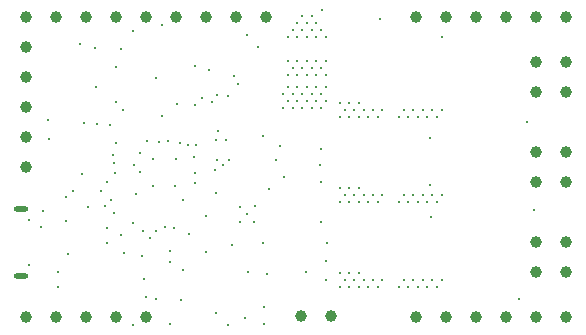
<source format=gbr>
%TF.GenerationSoftware,KiCad,Pcbnew,6.0.5+dfsg-1~bpo11+1*%
%TF.CreationDate,2022-07-20T16:46:58+00:00*%
%TF.ProjectId,xESC2,78455343-322e-46b6-9963-61645f706362,rev?*%
%TF.SameCoordinates,Original*%
%TF.FileFunction,Plated,1,4,PTH,Mixed*%
%TF.FilePolarity,Positive*%
%FSLAX46Y46*%
G04 Gerber Fmt 4.6, Leading zero omitted, Abs format (unit mm)*
G04 Created by KiCad (PCBNEW 6.0.5+dfsg-1~bpo11+1) date 2022-07-20 16:46:58*
%MOMM*%
%LPD*%
G01*
G04 APERTURE LIST*
%TA.AperFunction,ViaDrill*%
%ADD10C,0.300000*%
%TD*%
G04 aperture for slot hole*
%TA.AperFunction,ComponentDrill*%
%ADD11O,1.200000X0.500000*%
%TD*%
%TA.AperFunction,ComponentDrill*%
%ADD12C,1.000000*%
%TD*%
G04 APERTURE END LIST*
D10*
X231300000Y-122900000D03*
X231300000Y-126700000D03*
X232300000Y-123500000D03*
X232500000Y-122100000D03*
X232900000Y-114400000D03*
X233000000Y-116000000D03*
X233700000Y-127300000D03*
X233700000Y-128600000D03*
X234370000Y-122960000D03*
X234400000Y-120900000D03*
X234600000Y-125800000D03*
X235000000Y-120400000D03*
X235600000Y-108000000D03*
X235780000Y-119030000D03*
X235900000Y-114700000D03*
X236300000Y-121800000D03*
X236850000Y-108330000D03*
X236910000Y-111650000D03*
X237040000Y-114740000D03*
X237330000Y-120430000D03*
X237740000Y-121710000D03*
X237860000Y-119700000D03*
X237880000Y-123530000D03*
X237900000Y-124800000D03*
X238102670Y-114880000D03*
X238210000Y-121170000D03*
X238400000Y-117400000D03*
X238430000Y-122310000D03*
X238460000Y-118070000D03*
X238540000Y-118870000D03*
X238600000Y-109900000D03*
X238600000Y-116400000D03*
X238680000Y-112890000D03*
X239090000Y-108420000D03*
X239100000Y-124200000D03*
X239190000Y-113560000D03*
X239310000Y-125660000D03*
X240040000Y-123150000D03*
X240100000Y-131800000D03*
X240115235Y-106889862D03*
X240200000Y-118200000D03*
X240350000Y-120670000D03*
X240680000Y-117220000D03*
X240700000Y-118800000D03*
X240870000Y-125940000D03*
X240941622Y-123859073D03*
X241000000Y-127900000D03*
X241208461Y-129408461D03*
X241300000Y-116240000D03*
X241480000Y-124410000D03*
X241800000Y-117700000D03*
X241800000Y-120000000D03*
X242000000Y-110900000D03*
X242000000Y-129600000D03*
X242060000Y-123860000D03*
X242300000Y-116300000D03*
X242500000Y-106400000D03*
X242500000Y-114100000D03*
X242760000Y-123500000D03*
X243020000Y-116210000D03*
X243185000Y-125500000D03*
X243185000Y-131700000D03*
X243240000Y-126480000D03*
X243570000Y-123580000D03*
X243600000Y-120000000D03*
X243700000Y-117700000D03*
X243800000Y-113090000D03*
X244030000Y-116340000D03*
X244100000Y-129700000D03*
X244300000Y-127100000D03*
X244330000Y-121160000D03*
X244750000Y-116520000D03*
X244810000Y-124110000D03*
X245220000Y-117560000D03*
X245330000Y-113140000D03*
X245340000Y-118950000D03*
X245350000Y-119750000D03*
X245354178Y-109826709D03*
X245440000Y-116510000D03*
X245880000Y-112600000D03*
X246275000Y-122550000D03*
X246300000Y-125600000D03*
X246500000Y-110230000D03*
X246780000Y-112930000D03*
X247010000Y-118620000D03*
X247089212Y-120576111D03*
X247100000Y-130800000D03*
X247107806Y-116133371D03*
X247168500Y-117768500D03*
X247200000Y-112300000D03*
X247294650Y-115394650D03*
X247690000Y-118230000D03*
X247960000Y-116150000D03*
X248100000Y-112400000D03*
X248100000Y-131800000D03*
X248220000Y-117780000D03*
X248500000Y-125000000D03*
X248620000Y-110730000D03*
X249000000Y-111400000D03*
X249100000Y-121800000D03*
X249100000Y-123100000D03*
X249600000Y-131200000D03*
X249700000Y-107200000D03*
X249741420Y-122400000D03*
X249800000Y-127300000D03*
X250300000Y-123100000D03*
X250400000Y-121700000D03*
X250700000Y-108200000D03*
X251050000Y-124800000D03*
X251100000Y-115800000D03*
X251200000Y-130285000D03*
X251200000Y-131700000D03*
X251400000Y-127500000D03*
X251575181Y-120281274D03*
X252220000Y-117800000D03*
X252500000Y-116600000D03*
X252800000Y-112200000D03*
X252800000Y-113400000D03*
X252890000Y-119260000D03*
X253162850Y-107402137D03*
X253200000Y-109400000D03*
X253200000Y-110600000D03*
X253200000Y-111600000D03*
X253200000Y-112800000D03*
X253600000Y-106800000D03*
X253600000Y-110000000D03*
X253600000Y-112200000D03*
X253600000Y-113400000D03*
X253997866Y-110595594D03*
X254000000Y-106200000D03*
X254000000Y-107400000D03*
X254000000Y-109400000D03*
X254000000Y-111600000D03*
X254000000Y-112800000D03*
X254400000Y-105600000D03*
X254400000Y-106800000D03*
X254400000Y-110000000D03*
X254400000Y-112200000D03*
X254400000Y-113400000D03*
X254700000Y-127300000D03*
X254800000Y-106200000D03*
X254800000Y-107400000D03*
X254800000Y-109400000D03*
X254800000Y-110600000D03*
X254800000Y-111600000D03*
X254800000Y-112800000D03*
X255196209Y-109996423D03*
X255200000Y-105600000D03*
X255200000Y-106800000D03*
X255200000Y-112200000D03*
X255200000Y-113400000D03*
X255597782Y-106197419D03*
X255600000Y-107400000D03*
X255600000Y-109400000D03*
X255600000Y-110600000D03*
X255600000Y-111600000D03*
X255600000Y-112800000D03*
X255900000Y-118200000D03*
X256000000Y-106800000D03*
X256000000Y-110000000D03*
X256000000Y-112200000D03*
X256000000Y-113400000D03*
X256000000Y-116900000D03*
X256000000Y-119700000D03*
X256000000Y-123100000D03*
X256100000Y-105100000D03*
X256400000Y-107400000D03*
X256400000Y-109400000D03*
X256400000Y-110600000D03*
X256400000Y-111600000D03*
X256400000Y-112800000D03*
X256400000Y-126400000D03*
X256400000Y-128000000D03*
X256500000Y-124800000D03*
X257600000Y-113000000D03*
X257600000Y-114200000D03*
X257600000Y-120200000D03*
X257600000Y-121400000D03*
X257600000Y-127400000D03*
X257600000Y-128600000D03*
X258000000Y-113600000D03*
X258000000Y-120800000D03*
X258000000Y-128000000D03*
X258400000Y-113000000D03*
X258400000Y-114200000D03*
X258400000Y-120200000D03*
X258400000Y-121400000D03*
X258400000Y-127400000D03*
X258400000Y-128600000D03*
X258800000Y-113600000D03*
X258800000Y-120800000D03*
X258800000Y-128000000D03*
X259200000Y-113000000D03*
X259200000Y-114200000D03*
X259200000Y-120200000D03*
X259200000Y-121400000D03*
X259200000Y-127400000D03*
X259200000Y-128600000D03*
X259600000Y-113600000D03*
X259600000Y-120800000D03*
X259600000Y-128000000D03*
X260000000Y-114200000D03*
X260000000Y-121400000D03*
X260000000Y-128600000D03*
X260400000Y-113600000D03*
X260400000Y-120800000D03*
X260400000Y-128000000D03*
X260800000Y-114200000D03*
X260800000Y-121400000D03*
X260800000Y-128600000D03*
X261000000Y-105900000D03*
X261200000Y-113600000D03*
X261200000Y-120800000D03*
X261200000Y-128000000D03*
X262600000Y-114200000D03*
X262600000Y-121400000D03*
X262600000Y-128600000D03*
X263000000Y-113600000D03*
X263000000Y-120800000D03*
X263000000Y-128000000D03*
X263400000Y-114200000D03*
X263400000Y-121400000D03*
X263400000Y-128600000D03*
X263800000Y-113600000D03*
X263800000Y-120800000D03*
X263800000Y-128000000D03*
X264200000Y-114200000D03*
X264200000Y-121400000D03*
X264200000Y-128600000D03*
X264600000Y-113600000D03*
X264600000Y-120800000D03*
X264600000Y-128000000D03*
X265000000Y-114200000D03*
X265000000Y-121400000D03*
X265000000Y-128600000D03*
X265200000Y-115978011D03*
X265200000Y-119900000D03*
X265300000Y-122600000D03*
X265400000Y-113600000D03*
X265400000Y-120800000D03*
X265400000Y-128000000D03*
X265800000Y-114200000D03*
X265800000Y-121400000D03*
X265800000Y-128600000D03*
X266200000Y-107400000D03*
X266200000Y-113600000D03*
X266200000Y-120800000D03*
X266200000Y-128000000D03*
X272800000Y-129600000D03*
X273400000Y-114600000D03*
X274000000Y-122000000D03*
D11*
%TO.C,J2*%
X230600000Y-121975000D03*
X230600000Y-127625000D03*
D12*
%TO.C,J1*%
X231050000Y-105700000D03*
%TO.C,J3*%
X231060000Y-108240000D03*
X231060000Y-110780000D03*
X231060000Y-113320000D03*
X231060000Y-115860000D03*
X231060000Y-118400000D03*
%TO.C,J4*%
X231060000Y-131100000D03*
%TO.C,J1*%
X233590000Y-105700000D03*
%TO.C,J4*%
X233600000Y-131100000D03*
%TO.C,J1*%
X236130000Y-105700000D03*
%TO.C,J4*%
X236140000Y-131100000D03*
%TO.C,J1*%
X238670000Y-105700000D03*
%TO.C,J4*%
X238680000Y-131100000D03*
%TO.C,J1*%
X241210000Y-105700000D03*
%TO.C,J4*%
X241220000Y-131100000D03*
%TO.C,J1*%
X243750000Y-105700000D03*
X246290000Y-105700000D03*
X248830000Y-105700000D03*
X251370000Y-105700000D03*
%TO.C,J5*%
X254310000Y-131000000D03*
X256850000Y-131000000D03*
%TO.C,J7*%
X264080000Y-105700000D03*
%TO.C,J8*%
X264080000Y-131100000D03*
%TO.C,J7*%
X266620000Y-105700000D03*
%TO.C,J8*%
X266620000Y-131100000D03*
%TO.C,J7*%
X269160000Y-105700000D03*
%TO.C,J8*%
X269160000Y-131100000D03*
%TO.C,J7*%
X271700000Y-105700000D03*
%TO.C,J8*%
X271700000Y-131100000D03*
%TO.C,J7*%
X274240000Y-105700000D03*
%TO.C,J10*%
X274240000Y-109510000D03*
X274240000Y-112050000D03*
%TO.C,J9*%
X274240000Y-117130000D03*
X274240000Y-119670000D03*
%TO.C,J6*%
X274240000Y-124750000D03*
X274240000Y-127290000D03*
%TO.C,J8*%
X274240000Y-131100000D03*
%TO.C,J7*%
X276780000Y-105700000D03*
%TO.C,J10*%
X276780000Y-109510000D03*
X276780000Y-112050000D03*
%TO.C,J9*%
X276780000Y-117130000D03*
X276780000Y-119670000D03*
%TO.C,J6*%
X276780000Y-124750000D03*
X276780000Y-127290000D03*
%TO.C,J8*%
X276780000Y-131100000D03*
M02*

</source>
